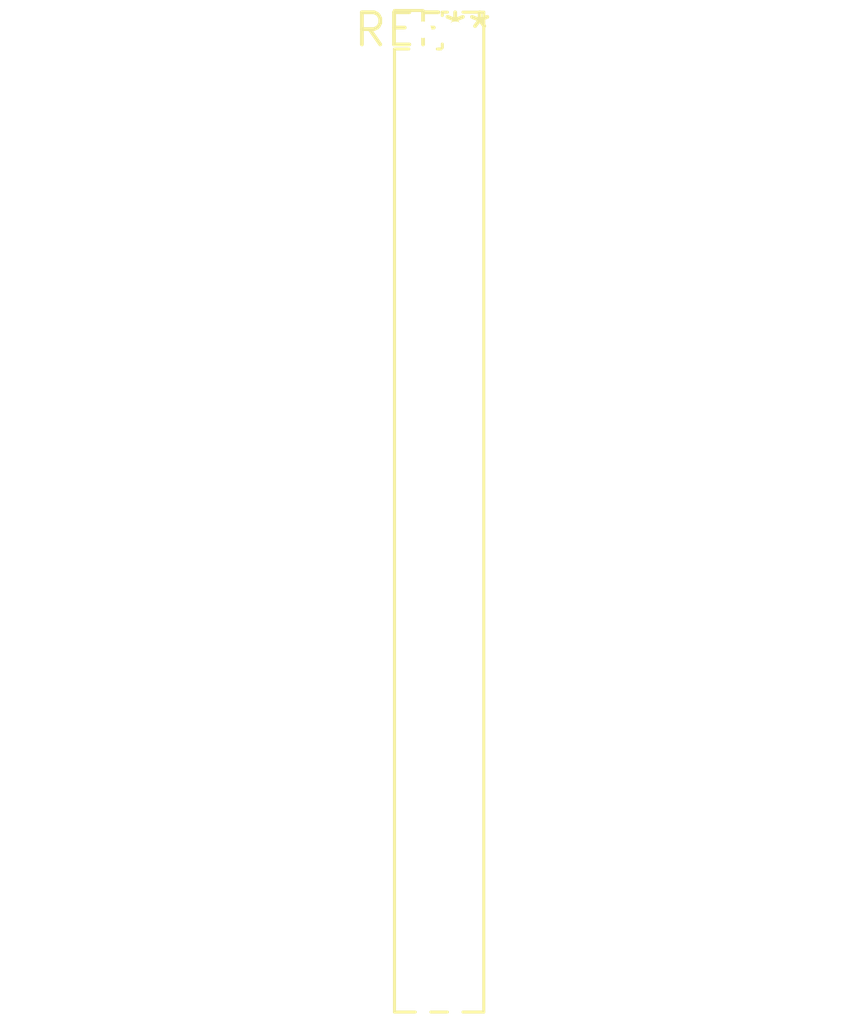
<source format=kicad_pcb>
(kicad_pcb (version 20240108) (generator pcbnew)
  (layers (0 "F.Cu" signal) (31 "B.Cu" signal) (34 "B.Paste" user) (35 "F.Paste" user) (36 "B.SilkS" user "B.Silkscreen") (37 "F.SilkS" user "F.Silkscreen") (38 "B.Mask" user) (39 "F.Mask" user) (44 "Edge.Cuts" user))
  (net 0 "")
  (footprint "PinHeader_2x31_P1.27mm_Vertical" (layer "F.Cu") (at 0 0)
    (property "Reference" "REF**")
    (property "Value" "PinHeader_2x31_P1.27mm_Vertical")
    (fp_line (start -1.13 -0.76) (end 0 -0.76) (layer "F.SilkS") (stroke (width 0.12)))
    (fp_line (start -1.13 0) (end -1.13 -0.76) (layer "F.SilkS") (stroke (width 0.12)))
    (fp_line (start -1.13 0.76) (end -1.13 38.795) (layer "F.SilkS") (stroke (width 0.12)))
    (fp_line (start -1.13 0.76) (end -0.563471 0.76) (layer "F.SilkS") (stroke (width 0.12)))
    (fp_line (start -1.13 38.795) (end -0.30753 38.795) (layer "F.SilkS") (stroke (width 0.12)))
    (fp_line (start 0.30753 38.795) (end 0.96247 38.795) (layer "F.SilkS") (stroke (width 0.12)))
    (fp_line (start 0.563471 0.76) (end 0.706529 0.76) (layer "F.SilkS") (stroke (width 0.12)))
    (fp_line (start 0.76 -0.695) (end 0.96247 -0.695) (layer "F.SilkS") (stroke (width 0.12)))
    (fp_line (start 0.76 -0.563471) (end 0.76 -0.695) (layer "F.SilkS") (stroke (width 0.12)))
    (fp_line (start 0.76 0.706529) (end 0.76 0.563471) (layer "F.SilkS") (stroke (width 0.12)))
    (fp_line (start 1.57753 -0.695) (end 2.4 -0.695) (layer "F.SilkS") (stroke (width 0.12)))
    (fp_line (start 1.57753 38.795) (end 2.4 38.795) (layer "F.SilkS") (stroke (width 0.12)))
    (fp_line (start 2.4 -0.695) (end 2.4 38.795) (layer "F.SilkS") (stroke (width 0.12)))
    (pad "1" thru_hole rect (at 0 0) (size 1 1) (drill 0.65) (layers *.Cu *.Mask) (remove_unused_layers))
    (pad "2" thru_hole oval (at 1.27 0) (size 1 1) (drill 0.65) (layers *.Cu *.Mask) (remove_unused_layers))
    (pad "3" thru_hole oval (at 0 1.27) (size 1 1) (drill 0.65) (layers *.Cu *.Mask) (remove_unused_layers))
    (pad "4" thru_hole oval (at 1.27 1.27) (size 1 1) (drill 0.65) (layers *.Cu *.Mask) (remove_unused_layers))
    (pad "5" thru_hole oval (at 0 2.54) (size 1 1) (drill 0.65) (layers *.Cu *.Mask) (remove_unused_layers))
    (pad "6" thru_hole oval (at 1.27 2.54) (size 1 1) (drill 0.65) (layers *.Cu *.Mask) (remove_unused_layers))
    (pad "7" thru_hole oval (at 0 3.81) (size 1 1) (drill 0.65) (layers *.Cu *.Mask) (remove_unused_layers))
    (pad "8" thru_hole oval (at 1.27 3.81) (size 1 1) (drill 0.65) (layers *.Cu *.Mask) (remove_unused_layers))
    (pad "9" thru_hole oval (at 0 5.08) (size 1 1) (drill 0.65) (layers *.Cu *.Mask) (remove_unused_layers))
    (pad "10" thru_hole oval (at 1.27 5.08) (size 1 1) (drill 0.65) (layers *.Cu *.Mask) (remove_unused_layers))
    (pad "11" thru_hole oval (at 0 6.35) (size 1 1) (drill 0.65) (layers *.Cu *.Mask) (remove_unused_layers))
    (pad "12" thru_hole oval (at 1.27 6.35) (size 1 1) (drill 0.65) (layers *.Cu *.Mask) (remove_unused_layers))
    (pad "13" thru_hole oval (at 0 7.62) (size 1 1) (drill 0.65) (layers *.Cu *.Mask) (remove_unused_layers))
    (pad "14" thru_hole oval (at 1.27 7.62) (size 1 1) (drill 0.65) (layers *.Cu *.Mask) (remove_unused_layers))
    (pad "15" thru_hole oval (at 0 8.89) (size 1 1) (drill 0.65) (layers *.Cu *.Mask) (remove_unused_layers))
    (pad "16" thru_hole oval (at 1.27 8.89) (size 1 1) (drill 0.65) (layers *.Cu *.Mask) (remove_unused_layers))
    (pad "17" thru_hole oval (at 0 10.16) (size 1 1) (drill 0.65) (layers *.Cu *.Mask) (remove_unused_layers))
    (pad "18" thru_hole oval (at 1.27 10.16) (size 1 1) (drill 0.65) (layers *.Cu *.Mask) (remove_unused_layers))
    (pad "19" thru_hole oval (at 0 11.43) (size 1 1) (drill 0.65) (layers *.Cu *.Mask) (remove_unused_layers))
    (pad "20" thru_hole oval (at 1.27 11.43) (size 1 1) (drill 0.65) (layers *.Cu *.Mask) (remove_unused_layers))
    (pad "21" thru_hole oval (at 0 12.7) (size 1 1) (drill 0.65) (layers *.Cu *.Mask) (remove_unused_layers))
    (pad "22" thru_hole oval (at 1.27 12.7) (size 1 1) (drill 0.65) (layers *.Cu *.Mask) (remove_unused_layers))
    (pad "23" thru_hole oval (at 0 13.97) (size 1 1) (drill 0.65) (layers *.Cu *.Mask) (remove_unused_layers))
    (pad "24" thru_hole oval (at 1.27 13.97) (size 1 1) (drill 0.65) (layers *.Cu *.Mask) (remove_unused_layers))
    (pad "25" thru_hole oval (at 0 15.24) (size 1 1) (drill 0.65) (layers *.Cu *.Mask) (remove_unused_layers))
    (pad "26" thru_hole oval (at 1.27 15.24) (size 1 1) (drill 0.65) (layers *.Cu *.Mask) (remove_unused_layers))
    (pad "27" thru_hole oval (at 0 16.51) (size 1 1) (drill 0.65) (layers *.Cu *.Mask) (remove_unused_layers))
    (pad "28" thru_hole oval (at 1.27 16.51) (size 1 1) (drill 0.65) (layers *.Cu *.Mask) (remove_unused_layers))
    (pad "29" thru_hole oval (at 0 17.78) (size 1 1) (drill 0.65) (layers *.Cu *.Mask) (remove_unused_layers))
    (pad "30" thru_hole oval (at 1.27 17.78) (size 1 1) (drill 0.65) (layers *.Cu *.Mask) (remove_unused_layers))
    (pad "31" thru_hole oval (at 0 19.05) (size 1 1) (drill 0.65) (layers *.Cu *.Mask) (remove_unused_layers))
    (pad "32" thru_hole oval (at 1.27 19.05) (size 1 1) (drill 0.65) (layers *.Cu *.Mask) (remove_unused_layers))
    (pad "33" thru_hole oval (at 0 20.32) (size 1 1) (drill 0.65) (layers *.Cu *.Mask) (remove_unused_layers))
    (pad "34" thru_hole oval (at 1.27 20.32) (size 1 1) (drill 0.65) (layers *.Cu *.Mask) (remove_unused_layers))
    (pad "35" thru_hole oval (at 0 21.59) (size 1 1) (drill 0.65) (layers *.Cu *.Mask) (remove_unused_layers))
    (pad "36" thru_hole oval (at 1.27 21.59) (size 1 1) (drill 0.65) (layers *.Cu *.Mask) (remove_unused_layers))
    (pad "37" thru_hole oval (at 0 22.86) (size 1 1) (drill 0.65) (layers *.Cu *.Mask) (remove_unused_layers))
    (pad "38" thru_hole oval (at 1.27 22.86) (size 1 1) (drill 0.65) (layers *.Cu *.Mask) (remove_unused_layers))
    (pad "39" thru_hole oval (at 0 24.13) (size 1 1) (drill 0.65) (layers *.Cu *.Mask) (remove_unused_layers))
    (pad "40" thru_hole oval (at 1.27 24.13) (size 1 1) (drill 0.65) (layers *.Cu *.Mask) (remove_unused_layers))
    (pad "41" thru_hole oval (at 0 25.4) (size 1 1) (drill 0.65) (layers *.Cu *.Mask) (remove_unused_layers))
    (pad "42" thru_hole oval (at 1.27 25.4) (size 1 1) (drill 0.65) (layers *.Cu *.Mask) (remove_unused_layers))
    (pad "43" thru_hole oval (at 0 26.67) (size 1 1) (drill 0.65) (layers *.Cu *.Mask) (remove_unused_layers))
    (pad "44" thru_hole oval (at 1.27 26.67) (size 1 1) (drill 0.65) (layers *.Cu *.Mask) (remove_unused_layers))
    (pad "45" thru_hole oval (at 0 27.94) (size 1 1) (drill 0.65) (layers *.Cu *.Mask) (remove_unused_layers))
    (pad "46" thru_hole oval (at 1.27 27.94) (size 1 1) (drill 0.65) (layers *.Cu *.Mask) (remove_unused_layers))
    (pad "47" thru_hole oval (at 0 29.21) (size 1 1) (drill 0.65) (layers *.Cu *.Mask) (remove_unused_layers))
    (pad "48" thru_hole oval (at 1.27 29.21) (size 1 1) (drill 0.65) (layers *.Cu *.Mask) (remove_unused_layers))
    (pad "49" thru_hole oval (at 0 30.48) (size 1 1) (drill 0.65) (layers *.Cu *.Mask) (remove_unused_layers))
    (pad "50" thru_hole oval (at 1.27 30.48) (size 1 1) (drill 0.65) (layers *.Cu *.Mask) (remove_unused_layers))
    (pad "51" thru_hole oval (at 0 31.75) (size 1 1) (drill 0.65) (layers *.Cu *.Mask) (remove_unused_layers))
    (pad "52" thru_hole oval (at 1.27 31.75) (size 1 1) (drill 0.65) (layers *.Cu *.Mask) (remove_unused_layers))
    (pad "53" thru_hole oval (at 0 33.02) (size 1 1) (drill 0.65) (layers *.Cu *.Mask) (remove_unused_layers))
    (pad "54" thru_hole oval (at 1.27 33.02) (size 1 1) (drill 0.65) (layers *.Cu *.Mask) (remove_unused_layers))
    (pad "55" thru_hole oval (at 0 34.29) (size 1 1) (drill 0.65) (layers *.Cu *.Mask) (remove_unused_layers))
    (pad "56" thru_hole oval (at 1.27 34.29) (size 1 1) (drill 0.65) (layers *.Cu *.Mask) (remove_unused_layers))
    (pad "57" thru_hole oval (at 0 35.56) (size 1 1) (drill 0.65) (layers *.Cu *.Mask) (remove_unused_layers))
    (pad "58" thru_hole oval (at 1.27 35.56) (size 1 1) (drill 0.65) (layers *.Cu *.Mask) (remove_unused_layers))
    (pad "59" thru_hole oval (at 0 36.83) (size 1 1) (drill 0.65) (layers *.Cu *.Mask) (remove_unused_layers))
    (pad "60" thru_hole oval (at 1.27 36.83) (size 1 1) (drill 0.65) (layers *.Cu *.Mask) (remove_unused_layers))
    (pad "61" thru_hole oval (at 0 38.1) (size 1 1) (drill 0.65) (layers *.Cu *.Mask) (remove_unused_layers))
    (pad "62" thru_hole oval (at 1.27 38.1) (size 1 1) (drill 0.65) (layers *.Cu *.Mask) (remove_unused_layers))
  )
)
</source>
